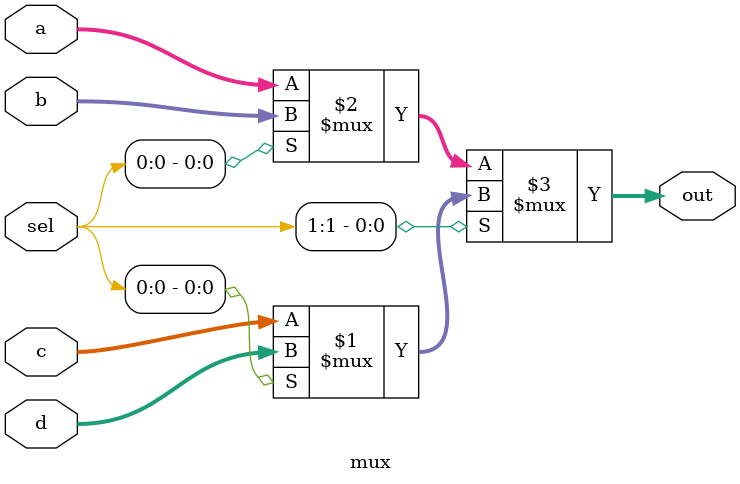
<source format=sv>
module mux(input [3:0] a,
           input [3:0] b,
           input [3:0] c,
           input [3:0] d,
           input [1:0] sel,
           output [3:0] out);
  assign out= sel[1]?(sel[0]?d:c):(sel[0]?b:a);
endmodule
    
</source>
